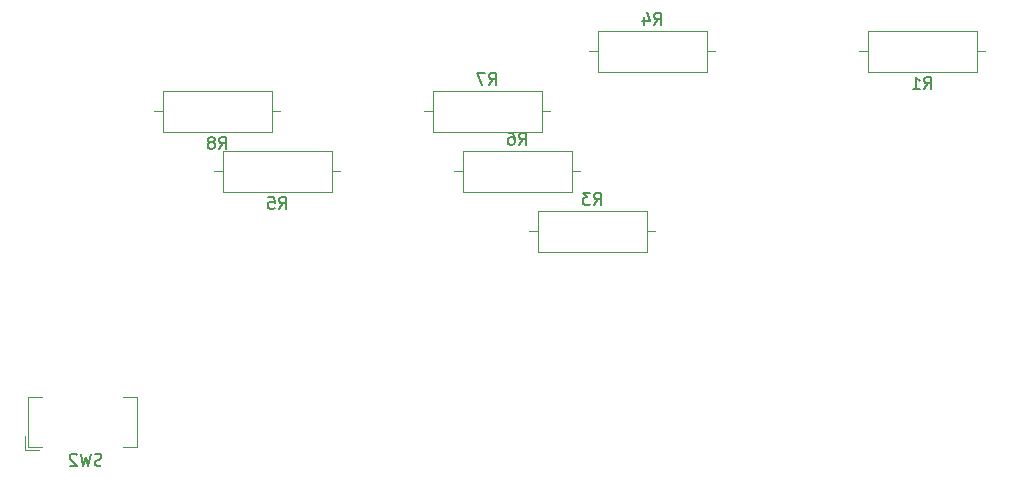
<source format=gbr>
%TF.GenerationSoftware,KiCad,Pcbnew,(6.0.0-0)*%
%TF.CreationDate,2022-01-22T02:39:02+05:30*%
%TF.ProjectId,Schematics,53636865-6d61-4746-9963-732e6b696361,rev?*%
%TF.SameCoordinates,Original*%
%TF.FileFunction,Legend,Bot*%
%TF.FilePolarity,Positive*%
%FSLAX46Y46*%
G04 Gerber Fmt 4.6, Leading zero omitted, Abs format (unit mm)*
G04 Created by KiCad (PCBNEW (6.0.0-0)) date 2022-01-22 02:39:02*
%MOMM*%
%LPD*%
G01*
G04 APERTURE LIST*
%ADD10C,0.150000*%
%ADD11C,0.120000*%
G04 APERTURE END LIST*
D10*
%TO.C,R4*%
X147404091Y-75031407D02*
X147737425Y-74555217D01*
X147975520Y-75031407D02*
X147975520Y-74031407D01*
X147594567Y-74031407D01*
X147499329Y-74079027D01*
X147451710Y-74126646D01*
X147404091Y-74221884D01*
X147404091Y-74364741D01*
X147451710Y-74459979D01*
X147499329Y-74507598D01*
X147594567Y-74555217D01*
X147975520Y-74555217D01*
X146546948Y-74364741D02*
X146546948Y-75031407D01*
X146785044Y-73983788D02*
X147023139Y-74698074D01*
X146404091Y-74698074D01*
%TO.C,R1*%
X170264091Y-80471407D02*
X170597425Y-79995217D01*
X170835520Y-80471407D02*
X170835520Y-79471407D01*
X170454567Y-79471407D01*
X170359329Y-79519027D01*
X170311710Y-79566646D01*
X170264091Y-79661884D01*
X170264091Y-79804741D01*
X170311710Y-79899979D01*
X170359329Y-79947598D01*
X170454567Y-79995217D01*
X170835520Y-79995217D01*
X169311710Y-80471407D02*
X169883139Y-80471407D01*
X169597425Y-80471407D02*
X169597425Y-79471407D01*
X169692663Y-79614265D01*
X169787901Y-79709503D01*
X169883139Y-79757122D01*
%TO.C,R3*%
X142324091Y-90271407D02*
X142657425Y-89795217D01*
X142895520Y-90271407D02*
X142895520Y-89271407D01*
X142514567Y-89271407D01*
X142419329Y-89319027D01*
X142371710Y-89366646D01*
X142324091Y-89461884D01*
X142324091Y-89604741D01*
X142371710Y-89699979D01*
X142419329Y-89747598D01*
X142514567Y-89795217D01*
X142895520Y-89795217D01*
X141990758Y-89271407D02*
X141371710Y-89271407D01*
X141705044Y-89652360D01*
X141562186Y-89652360D01*
X141466948Y-89699979D01*
X141419329Y-89747598D01*
X141371710Y-89842836D01*
X141371710Y-90080931D01*
X141419329Y-90176169D01*
X141466948Y-90223788D01*
X141562186Y-90271407D01*
X141847901Y-90271407D01*
X141943139Y-90223788D01*
X141990758Y-90176169D01*
%TO.C,SW2*%
X100600758Y-112323788D02*
X100457901Y-112371407D01*
X100219805Y-112371407D01*
X100124567Y-112323788D01*
X100076948Y-112276169D01*
X100029329Y-112180931D01*
X100029329Y-112085693D01*
X100076948Y-111990455D01*
X100124567Y-111942836D01*
X100219805Y-111895217D01*
X100410282Y-111847598D01*
X100505520Y-111799979D01*
X100553139Y-111752360D01*
X100600758Y-111657122D01*
X100600758Y-111561884D01*
X100553139Y-111466646D01*
X100505520Y-111419027D01*
X100410282Y-111371407D01*
X100172186Y-111371407D01*
X100029329Y-111419027D01*
X99695996Y-111371407D02*
X99457901Y-112371407D01*
X99267425Y-111657122D01*
X99076948Y-112371407D01*
X98838853Y-111371407D01*
X98505520Y-111466646D02*
X98457901Y-111419027D01*
X98362663Y-111371407D01*
X98124567Y-111371407D01*
X98029329Y-111419027D01*
X97981710Y-111466646D01*
X97934091Y-111561884D01*
X97934091Y-111657122D01*
X97981710Y-111799979D01*
X98553139Y-112371407D01*
X97934091Y-112371407D01*
%TO.C,R6*%
X135974091Y-85191407D02*
X136307425Y-84715217D01*
X136545520Y-85191407D02*
X136545520Y-84191407D01*
X136164567Y-84191407D01*
X136069329Y-84239027D01*
X136021710Y-84286646D01*
X135974091Y-84381884D01*
X135974091Y-84524741D01*
X136021710Y-84619979D01*
X136069329Y-84667598D01*
X136164567Y-84715217D01*
X136545520Y-84715217D01*
X135116948Y-84191407D02*
X135307425Y-84191407D01*
X135402663Y-84239027D01*
X135450282Y-84286646D01*
X135545520Y-84429503D01*
X135593139Y-84619979D01*
X135593139Y-85000931D01*
X135545520Y-85096169D01*
X135497901Y-85143788D01*
X135402663Y-85191407D01*
X135212186Y-85191407D01*
X135116948Y-85143788D01*
X135069329Y-85096169D01*
X135021710Y-85000931D01*
X135021710Y-84762836D01*
X135069329Y-84667598D01*
X135116948Y-84619979D01*
X135212186Y-84572360D01*
X135402663Y-84572360D01*
X135497901Y-84619979D01*
X135545520Y-84667598D01*
X135593139Y-84762836D01*
%TO.C,R7*%
X133434091Y-80111407D02*
X133767425Y-79635217D01*
X134005520Y-80111407D02*
X134005520Y-79111407D01*
X133624567Y-79111407D01*
X133529329Y-79159027D01*
X133481710Y-79206646D01*
X133434091Y-79301884D01*
X133434091Y-79444741D01*
X133481710Y-79539979D01*
X133529329Y-79587598D01*
X133624567Y-79635217D01*
X134005520Y-79635217D01*
X133100758Y-79111407D02*
X132434091Y-79111407D01*
X132862663Y-80111407D01*
%TO.C,R5*%
X115654091Y-90631407D02*
X115987425Y-90155217D01*
X116225520Y-90631407D02*
X116225520Y-89631407D01*
X115844567Y-89631407D01*
X115749329Y-89679027D01*
X115701710Y-89726646D01*
X115654091Y-89821884D01*
X115654091Y-89964741D01*
X115701710Y-90059979D01*
X115749329Y-90107598D01*
X115844567Y-90155217D01*
X116225520Y-90155217D01*
X114749329Y-89631407D02*
X115225520Y-89631407D01*
X115273139Y-90107598D01*
X115225520Y-90059979D01*
X115130282Y-90012360D01*
X114892186Y-90012360D01*
X114796948Y-90059979D01*
X114749329Y-90107598D01*
X114701710Y-90202836D01*
X114701710Y-90440931D01*
X114749329Y-90536169D01*
X114796948Y-90583788D01*
X114892186Y-90631407D01*
X115130282Y-90631407D01*
X115225520Y-90583788D01*
X115273139Y-90536169D01*
%TO.C,R8*%
X110574091Y-85551407D02*
X110907425Y-85075217D01*
X111145520Y-85551407D02*
X111145520Y-84551407D01*
X110764567Y-84551407D01*
X110669329Y-84599027D01*
X110621710Y-84646646D01*
X110574091Y-84741884D01*
X110574091Y-84884741D01*
X110621710Y-84979979D01*
X110669329Y-85027598D01*
X110764567Y-85075217D01*
X111145520Y-85075217D01*
X110002663Y-84979979D02*
X110097901Y-84932360D01*
X110145520Y-84884741D01*
X110193139Y-84789503D01*
X110193139Y-84741884D01*
X110145520Y-84646646D01*
X110097901Y-84599027D01*
X110002663Y-84551407D01*
X109812186Y-84551407D01*
X109716948Y-84599027D01*
X109669329Y-84646646D01*
X109621710Y-84741884D01*
X109621710Y-84789503D01*
X109669329Y-84884741D01*
X109716948Y-84932360D01*
X109812186Y-84979979D01*
X110002663Y-84979979D01*
X110097901Y-85027598D01*
X110145520Y-85075217D01*
X110193139Y-85170455D01*
X110193139Y-85360931D01*
X110145520Y-85456169D01*
X110097901Y-85503788D01*
X110002663Y-85551407D01*
X109812186Y-85551407D01*
X109716948Y-85503788D01*
X109669329Y-85456169D01*
X109621710Y-85360931D01*
X109621710Y-85170455D01*
X109669329Y-85075217D01*
X109716948Y-85027598D01*
X109812186Y-84979979D01*
D11*
%TO.C,R4*%
X142617425Y-79019027D02*
X142617425Y-75579027D01*
X151857425Y-75579027D02*
X151857425Y-79019027D01*
X141927425Y-77299027D02*
X142617425Y-77299027D01*
X152547425Y-77299027D02*
X151857425Y-77299027D01*
X142617425Y-75579027D02*
X151857425Y-75579027D01*
X151857425Y-79019027D02*
X142617425Y-79019027D01*
%TO.C,R1*%
X174717425Y-75579027D02*
X174717425Y-79019027D01*
X164787425Y-77299027D02*
X165477425Y-77299027D01*
X165477425Y-79019027D02*
X165477425Y-75579027D01*
X165477425Y-75579027D02*
X174717425Y-75579027D01*
X175407425Y-77299027D02*
X174717425Y-77299027D01*
X174717425Y-79019027D02*
X165477425Y-79019027D01*
%TO.C,R3*%
X146777425Y-94259027D02*
X137537425Y-94259027D01*
X147467425Y-92539027D02*
X146777425Y-92539027D01*
X146777425Y-90819027D02*
X146777425Y-94259027D01*
X136847425Y-92539027D02*
X137537425Y-92539027D01*
X137537425Y-90819027D02*
X146777425Y-90819027D01*
X137537425Y-94259027D02*
X137537425Y-90819027D01*
%TO.C,SW2*%
X103617425Y-110769027D02*
X103617425Y-106569027D01*
X103617425Y-106569027D02*
X102417425Y-106569027D01*
X94417425Y-110769027D02*
X94417425Y-106569027D01*
X94117425Y-111069027D02*
X94117425Y-109869027D01*
X95617425Y-110769027D02*
X94417425Y-110769027D01*
X94417425Y-106569027D02*
X95617425Y-106569027D01*
X95317425Y-111069027D02*
X94117425Y-111069027D01*
X102417425Y-110769027D02*
X103617425Y-110769027D01*
%TO.C,R6*%
X130497425Y-87459027D02*
X131187425Y-87459027D01*
X140427425Y-89179027D02*
X131187425Y-89179027D01*
X140427425Y-85739027D02*
X140427425Y-89179027D01*
X131187425Y-85739027D02*
X140427425Y-85739027D01*
X131187425Y-89179027D02*
X131187425Y-85739027D01*
X141117425Y-87459027D02*
X140427425Y-87459027D01*
%TO.C,R7*%
X127957425Y-82379027D02*
X128647425Y-82379027D01*
X138577425Y-82379027D02*
X137887425Y-82379027D01*
X128647425Y-80659027D02*
X137887425Y-80659027D01*
X137887425Y-80659027D02*
X137887425Y-84099027D01*
X137887425Y-84099027D02*
X128647425Y-84099027D01*
X128647425Y-84099027D02*
X128647425Y-80659027D01*
%TO.C,R5*%
X110177425Y-87459027D02*
X110867425Y-87459027D01*
X110867425Y-85739027D02*
X120107425Y-85739027D01*
X120107425Y-89179027D02*
X110867425Y-89179027D01*
X120107425Y-85739027D02*
X120107425Y-89179027D01*
X120797425Y-87459027D02*
X120107425Y-87459027D01*
X110867425Y-89179027D02*
X110867425Y-85739027D01*
%TO.C,R8*%
X115027425Y-84099027D02*
X105787425Y-84099027D01*
X105787425Y-84099027D02*
X105787425Y-80659027D01*
X105097425Y-82379027D02*
X105787425Y-82379027D01*
X115027425Y-80659027D02*
X115027425Y-84099027D01*
X105787425Y-80659027D02*
X115027425Y-80659027D01*
X115717425Y-82379027D02*
X115027425Y-82379027D01*
%TD*%
M02*

</source>
